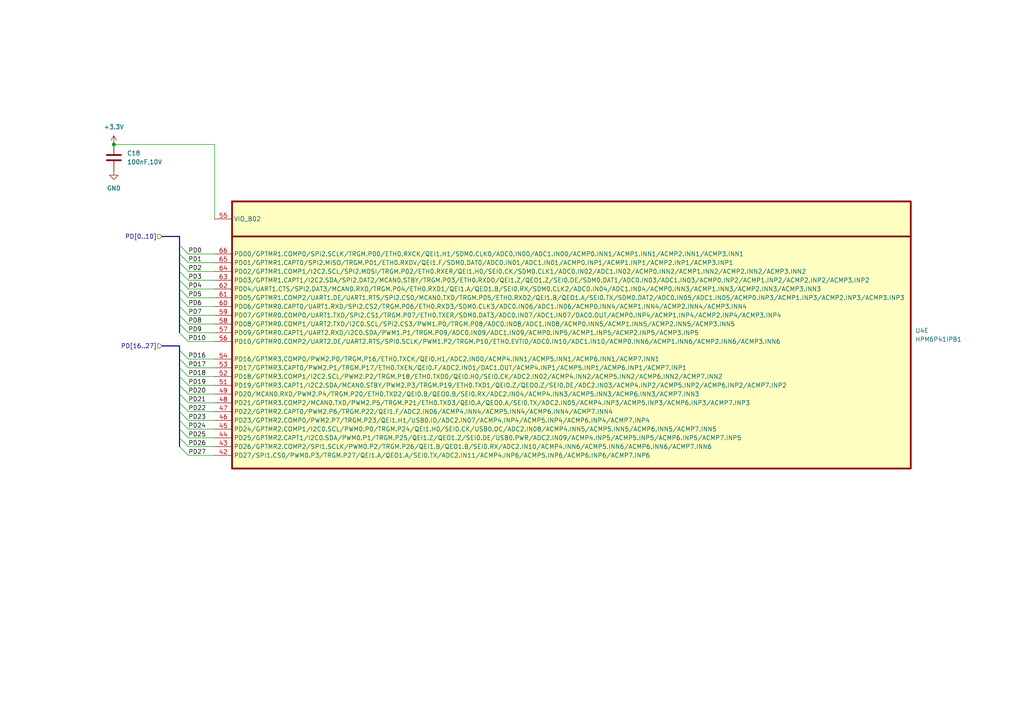
<source format=kicad_sch>
(kicad_sch (version 20250114) (generator "eeschema") (generator_version "9.0")
  (paper "A4")
  (title_block (title "HPM6P41_BuckBoost") (date "2025-05-05") (rev "4") (company "Author: Alipay"))
  (lib_symbols
    (symbol "Device:C" (pin_numbers (hide yes)) (pin_names (offset 0.254))
      (property "Reference" "C" (at 0.635 2.54 0))
      (property "Value" "C" (at 0.635 -2.54 0))
      (symbol "C_0_1"
        (polyline (pts (xy -2.032 0.762) (xy 2.032 0.762)) (stroke (width 0.508)))
        (polyline (pts (xy -2.032 -0.762) (xy 2.032 -0.762)) (stroke (width 0.508)))
      )
      (symbol "C_1_1"
        (pin passive line (at 0 3.81 270) (length 2.794) (name "~") (number "1"))
        (pin passive line (at 0 -3.81 90) (length 2.794) (name "~") (number "2"))
      )
    )
    (symbol "HPM6P00_Library:HPM6P41IPB1"
      (property "Reference" "U" (at 1.27 1.27 0))
      (property "Value" "HPM6P41IPB1" (at 10.16 1.27 0))
      (symbol "HPM6P41IPB1_1_1"
        (rectangle (start 0 0) (end 35.56 -66.04) (stroke (width 0.508)) (fill (type background)))
        (polyline (pts (xy 0 -41.275) (xy 35.56 -41.275)) (stroke (width 0.508)))
        (polyline (pts (xy 8.89 -6.35) (xy 14.605 -6.35) (xy 14.605 -10.16) (xy 13.97 -9.525) (xy 14.605 -10.16) (xy 15.24 -9.525)))
        (rectangle (start 10.16 -10.16) (end 17.78 -12.7))
        (polyline (pts (xy 15.24 -12.7) (xy 15.24 -17.78) (xy 9.525 -17.78) (xy 10.16 -17.145) (xy 9.525 -17.78) (xy 10.16 -18.415)))
        (text "DCDC_Domain" (at 10.16 -2.54 0) (effects (font (size 1.778 1.778))))
        (text "Analog_Domain" (at 11.43 -44.45 0) (effects (font (size 1.778 1.778))))
        (text "DCDC" (at 13.97 -11.43 0) (effects (font (size 1.27 1.27))))
        (pin power_in line (at -5.08 -6.35 0) (length 5.08) (name "DCDC_IN") (number "26"))
        (pin power_in line (at -5.08 -17.78 0) (length 5.08) (name "DCDC_LP") (number "27"))
        (pin power_in line (at -5.08 -24.13 0) (length 5.08) (name "DCDC_SNS") (number "31"))
        (pin power_in line (at -5.08 -31.75 0) (length 5.08) (name "DCDC_GND") (number "28"))
        (pin power_in line (at -5.08 -48.26 0) (length 5.08) (name "VANA") (number "41"))
        (pin power_in line (at -5.08 -57.15 0) (length 5.08) (name "VSSA") (number "39"))
        (pin power_out line (at 17.78 -71.12 90) (length 5.08) (name "PAD") (number "101"))
        (pin power_out line (at 40.64 -6.35 180) (length 5.08) (name "VDD_SOC") (number "5"))
        (pin power_out line (at 40.64 -10.16 180) (length 5.08) (name "VDD_SOC") (number "11"))
        (pin power_out line (at 40.64 -13.97 180) (length 5.08) (name "VDD_SOC") (number "50"))
        (pin power_out line (at 40.64 -17.78 180) (length 5.08) (name "VDD_SOC") (number "68"))
        (pin power_out line (at 40.64 -21.59 180) (length 5.08) (name "VDD_SOC") (number "72"))
        (pin power_out line (at 40.64 -25.4 180) (length 5.08) (name "VDD_SOC") (number "84"))
        (pin power_in line (at 40.64 -48.26 180) (length 5.08) (name "VREFH") (number "40"))
        (pin power_in line (at 40.64 -57.15 180) (length 5.08) (name "VREFL") (number "38"))
      )
      (symbol "HPM6P41IPB1_2_0"
        (polyline (pts (xy 7.62 -6.35) (xy 43.18 -6.35) (xy 42.164 -5.842) (xy 43.18 -6.35) (xy 42.164 -6.858)))
        (polyline (pts (xy 7.62 -11.43) (xy 43.18 -11.43) (xy 42.164 -10.922) (xy 43.18 -11.43) (xy 42.164 -11.938)))
        (polyline (pts (xy 50.8 -6.35) (xy 90.17 -6.35) (xy 89.154 -5.842) (xy 90.17 -6.35) (xy 89.154 -6.858)))
        (polyline (pts (xy 50.8 -11.43) (xy 91.44 -11.43) (xy 90.424 -10.922) (xy 91.44 -11.43) (xy 90.424 -11.938)))
      )
      (symbol "HPM6P41IPB1_2_1"
        (rectangle (start 0 0) (end 100.33 -33.02) (stroke (width 0.508)) (fill (type background)))
        (polyline (pts (xy 0 -16.51) (xy 100.33 -16.51)) (stroke (width 0.508)))
        (polyline (pts (xy 7.62 -6.35) (xy 7.62 -11.43)))
        (rectangle (start 44.45 -5.08) (end 49.53 -7.62))
        (rectangle (start 44.45 -10.16) (end 49.53 -12.7))
        (text "LDO" (at 46.99 -6.35 0) (effects (font (size 1.27 1.27))))
        (text "LDO" (at 46.99 -11.43 0) (effects (font (size 1.27 1.27))))
        (pin power_in line (at -5.08 -7.62 0) (length 5.08) (name "VPMC") (number "32"))
        (pin bidirectional line (at -5.08 -21.59 0) (length 5.08) (name "PY00/GPTMR3.COMP0/PWM2.P0/TRGM.P16/PGPIO.Y00/PURT.TXD/PTMR.COMP0") (number "33"))
        (pin bidirectional line (at -5.08 -24.13 0) (length 5.08) (name "PY01/GPTMR3.CAPT0/PWM2.P1/TRGM.P17/PGPIO.Y01/PURT.RXD/PTMR.COMP1") (number "34"))
        (pin bidirectional line (at -5.08 -26.67 0) (length 5.08) (name "PY02/GPTMR3.COMP1/I2C2.SCL/PWM2.P2/TRGM.P18/PGPIO.Y02/PURT.RTS/PTMR.COMP2") (number "35"))
        (pin bidirectional line (at -5.08 -29.21 0) (length 5.08) (name "PY03/GPTMR3.CAPT1/I2C2.SDA/MCAN0.STBY/PWM2.P3/TRGM.P19/PGPIO.Y03/PURT.CTS/PTMR.COMP3") (number "36"))
        (pin power_out line (at 105.41 -6.35 180) (length 5.08) (name "VPMCCAP") (number "37"))
        (pin power_out line (at 105.41 -11.43 180) (length 5.08) (name "OTPCAP") (number "17"))
      )
      (symbol "HPM6P41IPB1_3_1"
        (rectangle (start 0 0) (end 147.32 -67.31) (stroke (width 0.508)) (fill (type background)))
        (polyline (pts (xy 0 -10.16) (xy 147.32 -10.16)) (stroke (width 0.5)))
        (pin power_in line (at -5.08 -3.81 0) (length 5.08) (name "VIO_B00") (number "10"))
        (pin power_in line (at -5.08 -6.35 0) (length 5.08) (name "VIO_B00") (number "16"))
        (pin bidirectional line (at -5.08 -15.24 0) (length 5.08) (name "PA00/GPTMR1.COMP0/UART0.TXD/PWM0.P0/TRGM.P00/RDC0.PWM_N/QEO1.A/SEI1.TX/SYSCTL.CLK_OBS0/ETH0.EVTI0") (number "25"))
        (pin input line (at -5.08 -17.78 0) (length 5.08) (name "PA01/GPTMR1.CAPT0/UART0.RXD/PWM0.P1/TRGM.P01/RDC0.PWM_P/QEO1.B/SEI1.RX/SYSCTL.CLK_OBS1/ETH0.EVTO0") (number "24"))
        (pin bidirectional line (at -5.08 -20.32 0) (length 5.08) (name "PA02/GPTMR1.COMP1/UART0.DE/UART0.RTS/I2C2.SCL/PWM0.P2/TRGM.P02/QEI0.H1/QEO1.Z/SEI1.DE/SYSCTL.CLK_OBS2/ETH0.EVTI1") (number "23"))
        (pin bidirectional line (at -5.08 -22.86 0) (length 5.08) (name "PA03/GPTMR1.CAPT1/UART0.CTS/I2C2.SDA/SPI0.CS3/MCAN0.STBY/PWM0.P3/TRGM.P03/QEI0.F/SEI1.CK/SYSCTL.CLK_OBS3/ETH0.EVTO1") (number "22"))
        (pin bidirectional line (at -5.08 -25.4 0) (length 5.08) (name "PA04/UART1.CTS/SPI1.SCLK/MCAN0.RXD/PWM0.P4/TRGM.P04/QEI0.H0/SEI0.CK/JTAG.TDO") (number "15"))
        (pin bidirectional line (at -5.08 -27.94 0) (length 5.08) (name "PA05/GPTMR1.COMP2/UART1.DE/UART1.RTS/SPI1.CS0/MCAN0.TXD/PWM0.P5/TRGM.P05/ETH0.RXCK/QEI0.Z/QEO0.Z/SEI0.DE/JTAG.TDI") (number "14"))
        (pin bidirectional line (at -5.08 -30.48 0) (length 5.08) (name "PA06/GPTMR0.CAPT0/UART1.RXD/SPI1.MISO/PWM0.P6/TRGM.P06/ETH0.RXDV/QEI0.B/QEO0.B/SEI0.RX/JTAG.TCK") (number "13"))
        (pin bidirectional line (at -5.08 -33.02 0) (length 5.08) (name "PA07/GPTMR0.COMP0/UART1.TXD/SPI1.MOSI/PWM0.P7/TRGM.P07/ETH0.RXER/QEI0.A/QEO0.A/SEI0.TX/JTAG.TMS") (number "12"))
        (pin bidirectional line (at -5.08 -35.56 0) (length 5.08) (name "PA08/GPTMR0.COMP1/UART2.TXD/I2C0.SCL/SPI0.CS2/PWM1.P0/TRGM.P08/ETH0.RXD0/RDC0.PWM_N/QEO0.B/SEI1.TX/SDM0.CLK0/JTAG.TRST") (number "9"))
        (pin bidirectional line (at -5.08 -38.1 0) (length 5.08) (name "PA09/GPTMR0.CAPT1/UART2.RXD/I2C0.SDA/SPI0.CS1/XPI0.CA_DQS/PWM1.P1/TRGM.P09/ETH0.RXD1/RDC0.PWM_P/QEO0.A/SEI1.RX/SDM0.DAT0") (number "8"))
        (pin bidirectional line (at -5.08 -40.64 0) (length 5.08) (name "PA10/GPTMR0.COMP2/UART2.DE/UART2.RTS/SPI0.SCLK/XPI0.CA_CS0/PWM1.P2/TRGM.P10/ETH0.RXD2/QEI1.F/QEO0.Z/SEI1.DE/SDM0.CLK1/CPU0.NMI") (number "7"))
        (pin bidirectional line (at -5.08 -43.18 0) (length 5.08) (name "PA11/UART2.CTS/SPI0.CS0/XPI0.CA_CS1/PWM1.P3/TRGM.P11/ETH0.RXD3/QEI1.H1/SEI1.CK/SDM0.DAT1/CPU1.NMI") (number "6"))
        (pin bidirectional line (at -5.08 -45.72 0) (length 5.08) (name "PA12/UART3.CTS/I2C1.SDA/SPI0.MISO/PWM1.P4/TRGM.P12/ETH0.TXER/QEI1.H0/SEI0.CK/SDM0.CLK2") (number "4"))
        (pin bidirectional line (at -5.08 -48.26 0) (length 5.08) (name "PA13/GPTMR1.COMP3/UART3.DE/UART3.RTS/I2C1.SCL/SPI0.MOSI/MCAN1.STBY/PWM1.P5/TRGM.P13/QEI1.Z/QEO1.Z/SEI0.DE/SDM0.DAT2") (number "3"))
        (pin bidirectional line (at -5.08 -50.8 0) (length 5.08) (name "PA14/UART3.RXD/SPI0.DAT2/MCAN1.RXD/PWM1.P6/TRGM.P14/QEI1.B/QEO1.B/SEI0.RX/SDM0.CLK3/ETH0.EVTI0") (number "2"))
        (pin bidirectional line (at -5.08 -53.34 0) (length 5.08) (name "PA15/GPTMR0.COMP3/UART3.TXD/SPI0.DAT3/MCAN1.TXD/PWM1.P7/TRGM.P15/QEI1.A/QEO1.A/SEI0.TX/SDM0.DAT3/ETH0.EVTO0") (number "1"))
        (pin bidirectional line (at -5.08 -55.88 0) (length 5.08) (name "PA16/GPTMR3.COMP0/PWM2.P0/TRGM.P16/RDC0.PWM_N/QEO1.A/SEI1.TX") (number "21"))
        (pin bidirectional line (at -5.08 -58.42 0) (length 5.08) (name "PA17/GPTMR3.CAPT0/PWM2.P1/TRGM.P17/RDC0.PWM_P/QEO1.B/SEI1.RX") (number "20"))
        (pin bidirectional line (at -5.08 -60.96 0) (length 5.08) (name "PA18/GPTMR3.COMP1/I2C2.SCL/PWM2.P2/TRGM.P18/ETH0.MDC/QEI0.H1/QEO1.Z/SEI1.DE") (number "19"))
        (pin bidirectional line (at -5.08 -63.5 0) (length 5.08) (name "PA19/GPTMR3.CAPT1/I2C2.SDA/MCAN0.STBY/PWM2.P3/TRGM.P19/ETH0.MDIO/QEI0.F/SEI1.CK") (number "18"))
      )
      (symbol "HPM6P41IPB1_4_1"
        (rectangle (start 0 0) (end 185.42 -92.71) (stroke (width 0.508)) (fill (type background)))
        (polyline (pts (xy 0 -12.7) (xy 185.42 -12.7)) (stroke (width 0.5)))
        (polyline (pts (xy 0 -60.96) (xy 185.42 -60.96)) (stroke (width 0.3) (type dash)))
        (pin power_in line (at -5.08 -5.08 0) (length 5.08) (name "VIO_B01") (number "79"))
        (pin power_in line (at -5.08 -7.62 0) (length 5.08) (name "VIO_B01") (number "94"))
        (pin bidirectional line (at -5.08 -19.05 0) (length 5.08) (name "PB00/GPTMR2.COMP0/XPI0.CA_SCLK/PWM0.P0/TRGM.P31/ETH0.TXCK/RDC0.PWM_N/QEO1.A/SEI1.TX/XPI_SLV.ADQ3") (number "100"))
        (pin bidirectional line (at -5.08 -21.59 0) (length 5.08) (name "PB01/GPTMR2.CAPT0/XPI0.CA_D0/PWM0.P1/TRGM.P30/ETH0.TXEN/RDC0.PWM_P/QEO1.B/SEI1.RX/XPI_SLV.ADQ2") (number "99"))
        (pin bidirectional line (at -5.08 -24.13 0) (length 5.08) (name "PB02/GPTMR2.COMP1/I2C2.SCL/XPI0.CA_D1/PWM0.P2/TRGM.P29/ETH0.TXD0/QEI0.H1/QEO1.Z/SEI1.DE/SDM0.CLK0/XPI_SLV.ADQ1") (number "98"))
        (pin bidirectional line (at -5.08 -26.67 0) (length 5.08) (name "PB03/GPTMR2.CAPT1/I2C2.SDA/SPI0.CS3/MCAN0.STBY/XPI0.CA_D2/PWM0.P3/TRGM.P28/ETH0.TXD1/QEI0.F/SEI1.CK/SDM0.DAT0/XPI_SLV.ADQ0") (number "97"))
        (pin bidirectional line (at -5.08 -29.21 0) (length 5.08) (name "PB04/UART1.CTS/SPI0.SCLK/MCAN0.RXD/XPI0.CA_D3/PWM0.P4/TRGM.P27/ETH0.TXD2/QEI0.H0/SEI0.CK/SDM0.CLK1/CPU0.NMI/XPI_SLV.CLK") (number "96"))
        (pin bidirectional line (at -5.08 -31.75 0) (length 5.08) (name "PB05/GPTMR2.COMP2/UART1.DE/UART1.RTS/SPI1.CS0/MCAN0.TXD/PWM0.P5/TRGM.P26/ETH0.TXD3/QEI0.Z/QEO0.Z/SEI0.DE/SDM0.DAT1/CPU1.NMI/XPI_SLV.CSN") (number "95"))
        (pin bidirectional line (at -5.08 -35.56 0) (length 5.08) (name "PB12/UART3.CTS/I2C1.SDA/SPI0.MISO/XPI0.CB_DQS/PWM1.P4/TRGM.P19/ETH0.MDC/QEI1.H0/SEI0.CK/SDM0.CLK2/EWDG0.RST/XPI_SLV.ERR") (number "93"))
        (pin bidirectional line (at -5.08 -38.1 0) (length 5.08) (name "PB13/GPTMR2.COMP3/UART3.DE/UART3.RTS/I2C1.SCL/SPI0.MOSI/MCAN1.STBY/XPI0.CB_CS0/PWM1.P5/TRGM.P18/ETH0.MDIO/QEI1.Z/QEO1.Z/SEI0.DE/SDM0.DAT2/EWDG1.RST/XPI_SLV.RDY") (number "92"))
        (pin bidirectional line (at -5.08 -40.64 0) (length 5.08) (name "PB14/UART3.RXD/SPI0.DAT2/MCAN1.RXD/XPI0.CB_CS1/PWM1.P6/TRGM.P17/QEI1.B/QEO1.B/SEI0.RX/SDM0.CLK3/SOC.REF0/ETH0.EVTO2/XPI_SLV.DQS") (number "91"))
        (pin bidirectional line (at -5.08 -43.18 0) (length 5.08) (name "PB15/GPTMR0.COMP3/UART3.TXD/SPI0.DAT3/MCAN1.TXD/XPI0.CB_SCLK/PWM1.P7/TRGM.P16/QEI1.A/QEO1.A/SEI0.TX/SDM0.DAT3/SOC.REF1/ETH0.EVTO3") (number "90"))
        (pin bidirectional line (at -5.08 -45.72 0) (length 5.08) (name "PB16/GPTMR3.COMP0/XPI0.CB_D0/PWM2.P0/TRGM.P15/RDC0.PWM_N/QEO1.A/SEI1.TX/SYSCTL.CLK_OBS0/ETH0.EVTI1") (number "89"))
        (pin bidirectional line (at -5.08 -48.26 0) (length 5.08) (name "PB17/GPTMR3.CAPT0/XPI0.CB_D1/PWM2.P1/TRGM.P14/RDC0.PWM_P/QEO1.B/SEI1.RX/SYSCTL.CLK_OBS1/ETH0.EVTO1") (number "88"))
        (pin bidirectional line (at -5.08 -50.8 0) (length 5.08) (name "PB18/GPTMR3.COMP1/I2C2.SCL/XPI0.CB_D2/PWM2.P2/TRGM.P13/QEI0.H1/QEO1.Z/SEI1.DE/SYSCTL.CLK_OBS2/ETH0.EVTO2") (number "87"))
        (pin bidirectional line (at -5.08 -53.34 0) (length 5.08) (name "PB19/GPTMR3.CAPT1/I2C2.SDA/SPI2.CS3/MCAN0.STBY/XPI0.CB_D3/PWM2.P3/TRGM.P12/QEI0.F/SEI1.CK/SYSCTL.CLK_OBS3/ETH0.EVTO3") (number "86"))
        (pin bidirectional line (at -5.08 -55.88 0) (length 5.08) (name "PB20/UART0.CTS/MCAN0.RXD/PWM2.P4/TRGM.P11/QEI0.H0/SEI0.CK") (number "85"))
        (pin bidirectional line (at -5.08 -66.04 0) (length 5.08) (name "PC12/I2C1.SDA/SPI1.MISO/PWM1.P4/TRGM.P12/QEI1.H0/SEI0.CK") (number "83"))
        (pin bidirectional line (at -5.08 -68.58 0) (length 5.08) (name "PC13/GPTMR1.COMP3/I2C1.SCL/SPI1.MOSI/MCAN1.STBY/PWM1.P5/TRGM.P13/QEI1.Z/QEO1.Z/SEI0.DE/USB0.ID") (number "82"))
        (pin bidirectional line (at -5.08 -71.12 0) (length 5.08) (name "PC14/SPI1.DAT2/MCAN1.RXD/PWM1.P6/TRGM.P14/ETH0.MDC/QEI1.B/QEO1.B/SEI0.RX/USB0.OC") (number "81"))
        (pin bidirectional line (at -5.08 -73.66 0) (length 5.08) (name "PC15/GPTMR0.COMP3/SPI1.DAT3/MCAN1.TXD/PWM1.P7/TRGM.P15/ETH0.MDIO/QEI1.A/QEO1.A/SEI0.TX/USB0.PWR") (number "80"))
        (pin bidirectional line (at -5.08 -76.2 0) (length 5.08) (name "PC16/GPTMR3.COMP0/PWM2.P0/TRGM.P16/ETH0.CRS/QEI0.H1/CPU0.NMI") (number "78"))
        (pin bidirectional line (at -5.08 -78.74 0) (length 5.08) (name "PC17/GPTMR3.CAPT0/PWM2.P1/TRGM.P17/ETH0.COL/QEI0.F/CPU1.NMI") (number "77"))
        (pin bidirectional line (at -5.08 -81.28 0) (length 5.08) (name "PC18/GPTMR3.COMP1/I2C2.SCL/PWM2.P2/TRGM.P18/QEI0.H0/SEI0.CK") (number "76"))
        (pin bidirectional line (at -5.08 -83.82 0) (length 5.08) (name "PC19/GPTMR3.CAPT1/I2C2.SDA/MCAN0.STBY/PWM2.P3/TRGM.P19/QEI0.Z/QEO0.Z/SEI0.DE") (number "75"))
        (pin bidirectional line (at -5.08 -86.36 0) (length 5.08) (name "PC20/SPI2.SCLK/MCAN0.RXD/PWM2.P4/TRGM.P20/QEI0.B/QEO0.B/SEI0.RX") (number "74"))
        (pin bidirectional line (at -5.08 -88.9 0) (length 5.08) (name "PC21/GPTMR3.COMP2/SPI2.CS0/MCAN0.TXD/PWM2.P5/TRGM.P21/QEI0.A/QEO0.A/SEI0.TX") (number "73"))
      )
      (symbol "HPM6P41IPB1_5_1"
        (rectangle (start 0 0) (end 196.85 -77.47) (stroke (width 0.508)) (fill (type background)))
        (polyline (pts (xy 0 -10.16) (xy 196.85 -10.16)) (stroke (width 0.5)))
        (pin power_in line (at -5.08 -5.08 0) (length 5.08) (name "VIO_B02") (number "55"))
        (pin bidirectional line (at -5.08 -15.24 0) (length 5.08) (name "PD00/GPTMR1.COMP0/SPI2.SCLK/TRGM.P00/ETH0.RXCK/QEI1.H1/SDM0.CLK0/ADC0.IN00/ADC1.IN00/ACMP0.INN1/ACMP1.INN1/ACMP2.INN1/ACMP3.INN1") (number "66"))
        (pin bidirectional line (at -5.08 -17.78 0) (length 5.08) (name "PD01/GPTMR1.CAPT0/SPI2.MISO/TRGM.P01/ETH0.RXDV/QEI1.F/SDM0.DAT0/ADC0.IN01/ADC1.IN01/ACMP0.INP1/ACMP1.INP1/ACMP2.INP1/ACMP3.INP1") (number "65"))
        (pin bidirectional line (at -5.08 -20.32 0) (length 5.08) (name "PD02/GPTMR1.COMP1/I2C2.SCL/SPI2.MOSI/TRGM.P02/ETH0.RXER/QEI1.H0/SEI0.CK/SDM0.CLK1/ADC0.IN02/ADC1.IN02/ACMP0.INN2/ACMP1.INN2/ACMP2.INN2/ACMP3.INN2") (number "64"))
        (pin bidirectional line (at -5.08 -22.86 0) (length 5.08) (name "PD03/GPTMR1.CAPT1/I2C2.SDA/SPI2.DAT2/MCAN0.STBY/TRGM.P03/ETH0.RXD0/QEI1.Z/QEO1.Z/SEI0.DE/SDM0.DAT1/ADC0.IN03/ADC1.IN03/ACMP0.INP2/ACMP1.INP2/ACMP2.INP2/ACMP3.INP2") (number "63"))
        (pin bidirectional line (at -5.08 -25.4 0) (length 5.08) (name "PD04/UART1.CTS/SPI2.DAT3/MCAN0.RXD/TRGM.P04/ETH0.RXD1/QEI1.A/QEO1.B/SEI0.RX/SDM0.CLK2/ADC0.IN04/ADC1.IN04/ACMP0.INN3/ACMP1.INN3/ACMP2.INN3/ACMP3.INN3") (number "62"))
        (pin bidirectional line (at -5.08 -27.94 0) (length 5.08) (name "PD05/GPTMR1.COMP2/UART1.DE/UART1.RTS/SPI2.CS0/MCAN0.TXD/TRGM.P05/ETH0.RXD2/QEI1.B/QEO1.A/SEI0.TX/SDM0.DAT2/ADC0.IN05/ADC1.IN05/ACMP0.INP3/ACMP1.INP3/ACMP2.INP3/ACMP3.INP3") (number "61"))
        (pin bidirectional line (at -5.08 -30.48 0) (length 5.08) (name "PD06/GPTMR0.CAPT0/UART1.RXD/SPI2.CS2/TRGM.P06/ETH0.RXD3/SDM0.CLK3/ADC0.IN06/ADC1.IN06/ACMP0.INN4/ACMP1.INN4/ACMP2.INN4/ACMP3.INN4") (number "60"))
        (pin bidirectional line (at -5.08 -33.02 0) (length 5.08) (name "PD07/GPTMR0.COMP0/UART1.TXD/SPI2.CS1/TRGM.P07/ETH0.TXER/SDM0.DAT3/ADC0.IN07/ADC1.IN07/DAC0.OUT/ACMP0.INP4/ACMP1.INP4/ACMP2.INP4/ACMP3.INP4") (number "59"))
        (pin bidirectional line (at -5.08 -35.56 0) (length 5.08) (name "PD08/GPTMR0.COMP1/UART2.TXD/I2C0.SCL/SPI2.CS3/PWM1.P0/TRGM.P08/ADC0.IN08/ADC1.IN08/ACMP0.INN5/ACMP1.INN5/ACMP2.INN5/ACMP3.INN5") (number "58"))
        (pin bidirectional line (at -5.08 -38.1 0) (length 5.08) (name "PD09/GPTMR0.CAPT1/UART2.RXD/I2C0.SDA/PWM1.P1/TRGM.P09/ADC0.IN09/ADC1.IN09/ACMP0.INP5/ACMP1.INP5/ACMP2.INP5/ACMP3.INP5") (number "57"))
        (pin bidirectional line (at -5.08 -40.64 0) (length 5.08) (name "PD10/GPTMR0.COMP2/UART2.DE/UART2.RTS/SPI0.SCLK/PWM1.P2/TRGM.P10/ETH0.EVTI0/ADC0.IN10/ADC1.IN10/ACMP0.INN6/ACMP1.INN6/ACMP2.INN6/ACMP3.INN6") (number "56"))
        (pin bidirectional line (at -5.08 -45.72 0) (length 5.08) (name "PD16/GPTMR3.COMP0/PWM2.P0/TRGM.P16/ETH0.TXCK/QEI0.H1/ADC2.IN00/ACMP4.INN1/ACMP5.INN1/ACMP6.INN1/ACMP7.INN1") (number "54"))
        (pin bidirectional line (at -5.08 -48.26 0) (length 5.08) (name "PD17/GPTMR3.CAPT0/PWM2.P1/TRGM.P17/ETH0.TXEN/QEI0.F/ADC2.IN01/DAC1.OUT/ACMP4.INP1/ACMP5.INP1/ACMP6.INP1/ACMP7.INP1") (number "53"))
        (pin bidirectional line (at -5.08 -50.8 0) (length 5.08) (name "PD18/GPTMR3.COMP1/I2C2.SCL/PWM2.P2/TRGM.P18/ETH0.TXD0/QEI0.H0/SEI0.CK/ADC2.IN02/ACMP4.INN2/ACMP5.INN2/ACMP6.INN2/ACMP7.INN2") (number "52"))
        (pin bidirectional line (at -5.08 -53.34 0) (length 5.08) (name "PD19/GPTMR3.CAPT1/I2C2.SDA/MCAN0.STBY/PWM2.P3/TRGM.P19/ETH0.TXD1/QEI0.Z/QEO0.Z/SEI0.DE/ADC2.IN03/ACMP4.INP2/ACMP5.INP2/ACMP6.INP2/ACMP7.INP2") (number "51"))
        (pin bidirectional line (at -5.08 -55.88 0) (length 5.08) (name "PD20/MCAN0.RXD/PWM2.P4/TRGM.P20/ETH0.TXD2/QEI0.B/QEO0.B/SEI0.RX/ADC2.IN04/ACMP4.INN3/ACMP5.INN3/ACMP6.INN3/ACMP7.INN3") (number "49"))
        (pin bidirectional line (at -5.08 -58.42 0) (length 5.08) (name "PD21/GPTMR3.COMP2/MCAN0.TXD/PWM2.P5/TRGM.P21/ETH0.TXD3/QEI0.A/QEO0.A/SEI0.TX/ADC2.IN05/ACMP4.INP3/ACMP5.INP3/ACMP6.INP3/ACMP7.INP3") (number "48"))
        (pin bidirectional line (at -5.08 -60.96 0) (length 5.08) (name "PD22/GPTMR2.CAPT0/PWM2.P6/TRGM.P22/QEI1.F/ADC2.IN06/ACMP4.INN4/ACMP5.INN4/ACMP6.INN4/ACMP7.INN4") (number "47"))
        (pin bidirectional line (at -5.08 -63.5 0) (length 5.08) (name "PD23/GPTMR2.COMP0/PWM2.P7/TRGM.P23/QEI1.H1/USB0.ID/ADC2.IN07/ACMP4.INP4/ACMP5.INP4/ACMP6.INP4/ACMP7.INP4") (number "46"))
        (pin bidirectional line (at -5.08 -66.04 0) (length 5.08) (name "PD24/GPTMR2.COMP1/I2C0.SCL/PWM0.P0/TRGM.P24/QEI1.H0/SEI0.CK/USB0.OC/ADC2.IN08/ACMP4.INN5/ACMP5.INN5/ACMP6.INN5/ACMP7.INN5") (number "45"))
        (pin bidirectional line (at -5.08 -68.58 0) (length 5.08) (name "PD25/GPTMR2.CAPT1/I2C0.SDA/PWM0.P1/TRGM.P25/QEI1.Z/QEO1.Z/SEI0.DE/USB0.PWR/ADC2.IN09/ACMP4.INP5/ACMP5.INP5/ACMP6.INP5/ACMP7.INP5") (number "44"))
        (pin bidirectional line (at -5.08 -71.12 0) (length 5.08) (name "PD26/GPTMR2.COMP2/SPI1.SCLK/PWM0.P2/TRGM.P26/QEI1.B/QEO1.B/SEI0.RX/ADC2.IN10/ACMP4.INN6/ACMP5.INN6/ACMP6.INN6/ACMP7.INN6") (number "43"))
        (pin bidirectional line (at -5.08 -73.66 0) (length 5.08) (name "PD27/SPI1.CS0/PWM0.P3/TRGM.P27/QEI1.A/QEO1.A/SEI0.TX/ADC2.IN11/ACMP4.INP6/ACMP5.INP6/ACMP6.INP6/ACMP7.INP6") (number "42"))
      )
      (symbol "HPM6P41IPB1_6_1"
        (rectangle (start 0 0) (end 35.56 -33.02) (stroke (width 0.508)) (fill (type background)))
        (polyline (pts (xy 0 -16.51) (xy 35.56 -16.51)) (stroke (width 0.5)))
        (pin input line (at -5.08 -5.08 0) (length 5.08) (name "XTALI") (number "71"))
        (pin output line (at -5.08 -11.43 0) (length 5.08) (name "XTALO") (number "70"))
        (pin power_in line (at -5.08 -21.59 0) (length 5.08) (name "VBUS") (number "69"))
        (pin power_in line (at -5.08 -26.67 0) (length 5.08) (name "VPLLVUSB") (number "67"))
        (pin input line (at 40.64 -5.08 180) (length 5.08) (name "RESET") (number "29"))
        (pin input line (at 40.64 -11.43 180) (length 5.08) (name "WAKEUP") (number "30"))
      )
    )
    (symbol "power:+3.3V" (power) (pin_numbers (hide yes)) (pin_names (offset 0) (hide yes))
      (property "Value" "+3.3V" (at 0 3.556 0))
      (symbol "+3.3V_0_1"
        (polyline (pts (xy -0.762 1.27) (xy 0 2.54)))
        (polyline (pts (xy 0 2.54) (xy 0.762 1.27)))
        (polyline (pts (xy 0 0) (xy 0 2.54)))
      )
      (symbol "+3.3V_1_1"
        (pin power_in line (at 0 0 90) (length 0) (name "~") (number "1"))
      )
    )
    (symbol "power:GND" (power) (pin_numbers (hide yes)) (pin_names (offset 0) (hide yes))
      (property "Value" "GND" (at 0 -3.81 0))
      (symbol "GND_0_1"
        (polyline (pts (xy 0 0) (xy 0 -1.27) (xy 1.27 -1.27) (xy 0 -2.54) (xy -1.27 -1.27) (xy 0 -1.27)))
      )
      (symbol "GND_1_1"
        (pin power_in line (at 0 0 270) (length 0) (name "~") (number "1"))
      )
    )
  )
  (junction (at 33.02 41.91))
  (bus_entry (at 52.07 88.9) (size 2.54 2.54))
  (bus_entry (at 52.07 121.92) (size 2.54 2.54))
  (bus_entry (at 52.07 129.54) (size 2.54 2.54))
  (bus_entry (at 52.07 78.74) (size 2.54 2.54))
  (bus_entry (at 52.07 91.44) (size 2.54 2.54))
  (bus_entry (at 52.07 101.6) (size 2.54 2.54))
  (bus_entry (at 52.07 93.98) (size 2.54 2.54))
  (bus_entry (at 52.07 111.76) (size 2.54 2.54))
  (bus_entry (at 52.07 96.52) (size 2.54 2.54))
  (bus_entry (at 52.07 109.22) (size 2.54 2.54))
  (bus_entry (at 52.07 81.28) (size 2.54 2.54))
  (bus_entry (at 52.07 119.38) (size 2.54 2.54))
  (bus_entry (at 52.07 127) (size 2.54 2.54))
  (bus_entry (at 52.07 76.2) (size 2.54 2.54))
  (bus_entry (at 52.07 124.46) (size 2.54 2.54))
  (bus_entry (at 52.07 104.14) (size 2.54 2.54))
  (bus_entry (at 52.07 83.82) (size 2.54 2.54))
  (bus_entry (at 52.07 106.68) (size 2.54 2.54))
  (bus_entry (at 52.07 86.36) (size 2.54 2.54))
  (bus_entry (at 52.07 114.3) (size 2.54 2.54))
  (bus_entry (at 52.07 116.84) (size 2.54 2.54))
  (bus_entry (at 52.07 71.12) (size 2.54 2.54))
  (bus_entry (at 52.07 73.66) (size 2.54 2.54))
  (bus (pts (xy 52.07 121.92) (xy 52.07 124.46)))
  (wire (pts (xy 33.02 41.91) (xy 62.23 41.91)))
  (bus (pts (xy 52.07 76.2) (xy 52.07 78.74)))
  (bus (pts (xy 52.07 104.14) (xy 52.07 106.68)))
  (wire (pts (xy 62.23 41.91) (xy 62.23 63.5)))
  (wire (pts (xy 54.61 109.22) (xy 62.23 109.22)))
  (wire (pts (xy 54.61 129.54) (xy 62.23 129.54)))
  (bus (pts (xy 52.07 109.22) (xy 52.07 111.76)))
  (bus (pts (xy 52.07 114.3) (xy 52.07 116.84)))
  (wire (pts (xy 54.61 127) (xy 62.23 127)))
  (bus (pts (xy 52.07 106.68) (xy 52.07 109.22)))
  (bus (pts (xy 52.07 86.36) (xy 52.07 88.9)))
  (wire (pts (xy 54.61 91.44) (xy 62.23 91.44)))
  (bus (pts (xy 52.07 116.84) (xy 52.07 119.38)))
  (wire (pts (xy 54.61 99.06) (xy 62.23 99.06)))
  (wire (pts (xy 54.61 81.28) (xy 62.23 81.28)))
  (bus (pts (xy 52.07 83.82) (xy 52.07 86.36)))
  (wire (pts (xy 54.61 119.38) (xy 62.23 119.38)))
  (wire (pts (xy 54.61 73.66) (xy 62.23 73.66)))
  (bus (pts (xy 52.07 101.6) (xy 52.07 104.14)))
  (wire (pts (xy 54.61 104.14) (xy 62.23 104.14)))
  (bus (pts (xy 52.07 73.66) (xy 52.07 76.2)))
  (wire (pts (xy 54.61 96.52) (xy 62.23 96.52)))
  (wire (pts (xy 54.61 88.9) (xy 62.23 88.9)))
  (bus (pts (xy 52.07 88.9) (xy 52.07 91.44)))
  (bus (pts (xy 52.07 71.12) (xy 52.07 73.66)))
  (bus (pts (xy 46.99 68.58) (xy 52.07 68.58)))
  (wire (pts (xy 54.61 106.68) (xy 62.23 106.68)))
  (bus (pts (xy 52.07 78.74) (xy 52.07 81.28)))
  (wire (pts (xy 54.61 83.82) (xy 62.23 83.82)))
  (wire (pts (xy 54.61 78.74) (xy 62.23 78.74)))
  (bus (pts (xy 52.07 100.33) (xy 52.07 101.6)))
  (bus (pts (xy 52.07 127) (xy 52.07 129.54)))
  (wire (pts (xy 54.61 132.08) (xy 62.23 132.08)))
  (wire (pts (xy 54.61 93.98) (xy 62.23 93.98)))
  (bus (pts (xy 52.07 124.46) (xy 52.07 127)))
  (bus (pts (xy 52.07 111.76) (xy 52.07 114.3)))
  (bus (pts (xy 46.99 100.33) (xy 52.07 100.33)))
  (wire (pts (xy 54.61 124.46) (xy 62.23 124.46)))
  (wire (pts (xy 54.61 121.92) (xy 62.23 121.92)))
  (bus (pts (xy 52.07 68.58) (xy 52.07 71.12)))
  (bus (pts (xy 52.07 81.28) (xy 52.07 83.82)))
  (wire (pts (xy 54.61 86.36) (xy 62.23 86.36)))
  (wire (pts (xy 54.61 76.2) (xy 62.23 76.2)))
  (bus (pts (xy 52.07 91.44) (xy 52.07 93.98)))
  (bus (pts (xy 52.07 93.98) (xy 52.07 96.52)))
  (wire (pts (xy 54.61 111.76) (xy 62.23 111.76)))
  (bus (pts (xy 52.07 119.38) (xy 52.07 121.92)))
  (wire (pts (xy 54.61 114.3) (xy 62.23 114.3)))
  (wire (pts (xy 54.61 116.84) (xy 62.23 116.84)))
  (label "PD9" (at 54.61 96.52 0))
  (label "PD23" (at 54.61 121.92 0))
  (label "PD3" (at 54.61 81.28 0))
  (label "PD8" (at 54.61 93.98 0))
  (label "PD24" (at 54.61 124.46 0))
  (label "PD25" (at 54.61 127 0))
  (label "PD16" (at 54.61 104.14 0))
  (label "PD4" (at 54.61 83.82 0))
  (label "PD1" (at 54.61 76.2 0))
  (label "PD21" (at 54.61 116.84 0))
  (label "PD2" (at 54.61 78.74 0))
  (label "PD17" (at 54.61 106.68 0))
  (label "PD5" (at 54.61 86.36 0))
  (label "PD20" (at 54.61 114.3 0))
  (label "PD10" (at 54.61 99.06 0))
  (label "PD7" (at 54.61 91.44 0))
  (label "PD22" (at 54.61 119.38 0))
  (label "PD0" (at 54.61 73.66 0))
  (label "PD19" (at 54.61 111.76 0))
  (label "PD6" (at 54.61 88.9 0))
  (label "PD18" (at 54.61 109.22 0))
  (label "PD27" (at 54.61 132.08 0))
  (label "PD26" (at 54.61 129.54 0))
  (hierarchical_label "PD[0..10]" (shape input) (at 46.99 68.58 180))
  (hierarchical_label "PD[16..27]" (shape input) (at 46.99 100.33 180))
  (symbol (lib_id "HPM6P00_Library:HPM6P41IPB1") (at 67.31 58.42 0) (unit 5)
    (property "Reference" "U4" (at 265.43 95.8849 0) (effects (justify left)))
    (property "Value" "HPM6P41IPB1" (at 265.43 98.4249 0) (effects (justify left)))
    (property "Footprint" "HPM_footprints:LQFP-100_14x14mm_P0.5mm_EP5.0x5.0mm" (effects (hide yes)))
    (property "Description" "eLQFP100" (effects (hide yes)))
  )
  (symbol (lib_id "power:+3.3V") (at 33.02 41.91 0) (unit 1)
    (property "Reference" "#PWR035" (effects (hide yes)))
    (property "Value" "+3.3V" (at 33.02 36.83 0))
    (property "Description" "Power symbol creates a global label with name \"+3.3V\"" (effects (hide yes)))
  )
  (symbol (lib_id "power:GND") (at 33.02 49.53 0) (unit 1)
    (property "Reference" "#PWR036" (effects (hide yes)))
    (property "Value" "GND" (at 33.02 54.61 0))
    (property "Description" "Power symbol creates a global label with name \"GND\" , ground" (effects (hide yes)))
  )
  (symbol (lib_id "Device:C") (at 33.02 45.72 0) (unit 1)
    (property "Reference" "C18" (at 36.83 44.4499 0) (effects (justify left)))
    (property "Value" "100nF,10V" (at 36.83 46.9899 0) (effects (justify left)))
    (property "Footprint" "Capacitor_SMD:C_0603_1608Metric" (effects (hide yes)))
    (property "Description" "Unpolarized capacitor" (effects (hide yes)))
  )
)
</source>
